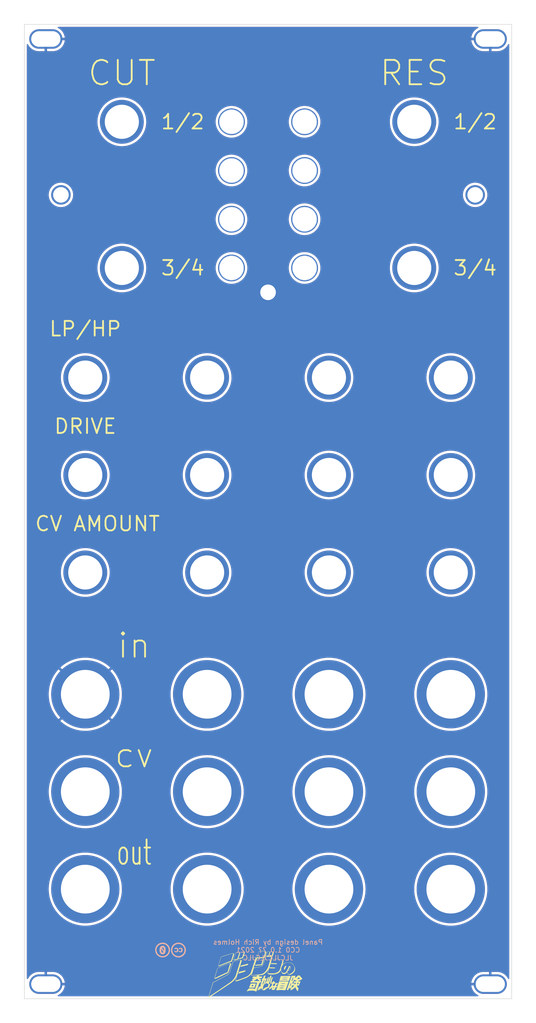
<source format=kicad_pcb>
(kicad_pcb (version 20211014) (generator pcbnew)
  (layers (0 "F.Cu" signal) (31 "B.Cu" signal) (34 "B.Paste" user) (35 "F.Paste" user) (36 "B.SilkS" user "B.Silkscreen") (37 "F.SilkS" user "F.Silkscreen") (38 "B.Mask" user) (39 "F.Mask" user) (44 "Edge.Cuts" user))
  (net 0 "")
  (net 1 "GND")
  (footprint "Kosmo_panel:Kosmo_Panel_Dual_Slotted_Mounting_Holes" (layer "F.Cu") (at 113.1 10.6 180)
    (fp_text reference "H14" hide)
    (fp_text value "Panel")
    (pad "1" thru_hole oval locked (at 1.4 0 180) (size 6.8 4) (drill oval 6 3.2) (layers *.Cu *.Mask) (net 1 "GND"))
    (pad "1" thru_hole oval locked (at 1.4 -194 180) (size 6.8 4) (drill oval 6 3.2) (layers *.Cu *.Mask) (net 1 "GND"))
  )
  (footprint "Kosmo_panel:Kosmo_Jack_Hole" (layer "F.Cu") (at 28.6 145.1)
    (fp_text reference "H1" hide)
    (fp_text value "Jack_Hole")
    (pad "1" thru_hole circle locked (at 0 0) (size 14 14) (drill 10) (layers *.Cu *.Mask) (net 1 "GND"))
  )
  (footprint "Kosmo_panel:Kosmo_Panel_Dual_Slotted_Mounting_Holes" (layer "F.Cu") (at 19.1 204.6)
    (fp_text reference "H11" hide)
    (fp_text value "Panel")
    (pad "1" thru_hole oval locked (at 1.4 0) (size 6.8 4) (drill oval 6 3.2) (layers *.Cu *.Mask) (net 1 "GND"))
    (pad "1" thru_hole oval locked (at 1.4 -194) (size 6.8 4) (drill oval 6 3.2) (layers *.Cu *.Mask) (net 1 "GND"))
  )
  (footprint "Kosmo_panel:Kosmo_LED_Hole" (layer "F.Cu") (at 58.6 27.6)
    (fp_text reference "H13" hide)
    (fp_text value "Led_Hole")
    (pad "1" thru_hole circle locked (at 0 0) (size 5.5 5.5) (drill 5) (layers *.Cu *.Mask))
  )
  (footprint "Kosmo_panel:Kosmo_Switch_Hole" (layer "F.Cu") (at 103.6 100.1 180)
    (fp_text reference "H9" hide)
    (fp_text value "Switch_Hole")
    (pad "1" thru_hole circle locked (at 0 0 180) (size 9 9) (drill 7) (layers *.Cu *.Mask))
  )
  (footprint "Kosmo_panel:Kosmo_LED_Hole" (layer "F.Cu") (at 58.6 47.6)
    (fp_text reference "H13" hide)
    (fp_text value "Led_Hole")
    (pad "1" thru_hole circle locked (at 0 0) (size 5.5 5.5) (drill 5) (layers *.Cu *.Mask))
  )
  (footprint "Kosmo_panel:Kosmo_Jack_Hole" (layer "F.Cu") (at 28.6 185.1)
    (fp_text reference "H1" hide)
    (fp_text value "Jack_Hole")
    (pad "1" thru_hole circle locked (at 0 0) (size 14 14) (drill 10) (layers *.Cu *.Mask))
  )
  (footprint "Kosmo_panel:Kosmo_Jack_Hole" (layer "F.Cu") (at 78.6 165.1)
    (fp_text reference "H1" hide)
    (fp_text value "Jack_Hole")
    (pad "1" thru_hole circle locked (at 0 0) (size 14 14) (drill 10) (layers *.Cu *.Mask))
  )
  (footprint "Kosmo_panel:Kosmo_Switch_Hole" (layer "F.Cu") (at 53.6 80.1 180)
    (fp_text reference "H9" hide)
    (fp_text value "Switch_Hole")
    (pad "1" thru_hole circle locked (at 0 0 180) (size 9 9) (drill 7) (layers *.Cu *.Mask))
  )
  (footprint "Kosmo_panel:Kosmo_Switch_Hole" (layer "F.Cu") (at 78.6 120.1 180)
    (fp_text reference "H9" hide)
    (fp_text value "Switch_Hole")
    (pad "1" thru_hole circle locked (at 0 0 180) (size 9 9) (drill 7) (layers *.Cu *.Mask))
  )
  (footprint "Kosmo_panel:Kosmo_Switch_Hole" (layer "F.Cu") (at 96.1 57.6 180)
    (fp_text reference "H9" hide)
    (fp_text value "Switch_Hole")
    (pad "1" thru_hole circle locked (at 0 0 180) (size 9 9) (drill 7) (layers *.Cu *.Mask))
  )
  (footprint "Kosmo_panel:Kosmo_LED_Hole" (layer "F.Cu") (at 58.6 37.6)
    (fp_text reference "H13" hide)
    (fp_text value "Led_Hole")
    (pad "1" thru_hole circle locked (at 0 0) (size 5.5 5.5) (drill 5) (layers *.Cu *.Mask))
  )
  (footprint "Kosmo_panel:Kosmo_Switch_Hole" (layer "F.Cu") (at 78.6 80.1 180)
    (fp_text reference "H9" hide)
    (fp_text value "Switch_Hole")
    (pad "1" thru_hole circle locked (at 0 0 180) (size 9 9) (drill 7) (layers *.Cu *.Mask))
  )
  (footprint "KOSMO:Kosmo_Panel_Mounting_Hole" (layer "F.Cu") (at 23.6 42.6)
    (fp_text reference "REF**" hide)
    (fp_text value "Kosmo_Panel_Mounting_Hole")
    (pad "1" thru_hole circle locked (at 0 0) (size 4 4) (drill 3.2) (layers *.Cu *.Mask))
  )
  (footprint "Kosmo_panel:Kosmo_Switch_Hole" (layer "F.Cu") (at 78.6 100.1 180)
    (fp_text reference "H9" hide)
    (fp_text value "Switch_Hole")
    (pad "1" thru_hole circle locked (at 0 0 180) (size 9 9) (drill 7) (layers *.Cu *.Mask))
  )
  (footprint "Kosmo_panel:Kosmo_LED_Hole" (layer "F.Cu") (at 58.6 57.6)
    (fp_text reference "H13" hide)
    (fp_text value "Led_Hole")
    (pad "1" thru_hole circle locked (at 0 0) (size 5.5 5.5) (drill 5) (layers *.Cu *.Mask))
  )
  (footprint "Kosmo_panel:Kosmo_Jack_Hole" (layer "F.Cu") (at 53.6 145.1)
    (fp_text reference "H1" hide)
    (fp_text value "Jack_Hole")
    (pad "1" thru_hole circle locked (at 0 0) (size 14 14) (drill 10) (layers *.Cu *.Mask))
  )
  (footprint "Kosmo_panel:Kosmo_Switch_Hole" (layer "F.Cu") (at 36.1 27.6 180)
    (fp_text reference "H9" hide)
    (fp_text value "Switch_Hole")
    (pad "1" thru_hole circle locked (at 0 0 180) (size 9 9) (drill 7) (layers *.Cu *.Mask))
  )
  (footprint "" (layer "F.Cu") (at 78.6 100.1)
    (fp_text reference "" (at 0 0) (layer "F.SilkS") (effects (font (size 1.27 1.27))))
    (fp_text value "" (at 0 0) (layer "F.SilkS") (effects (font (size 1.27 1.27))))
    (pad "1" thru_hole circle locked (at 0 0 180) (size 9 9) (drill 7) (layers *.Cu *.Mask))
  )
  (footprint "Kosmo_panel:Kosmo_Jack_Hole" (layer "F.Cu") (at 78.6 185.1)
    (fp_text reference "H1" hide)
    (fp_text value "Jack_Hole")
    (pad "1" thru_hole circle locked (at 0 0) (size 14 14) (drill 10) (layers *.Cu *.Mask))
  )
  (footprint "Kosmo_panel:Kosmo_Jack_Hole" (layer "F.Cu") (at 53.6 165.1)
    (fp_text reference "H1" hide)
    (fp_text value "Jack_Hole")
    (pad "1" thru_hole circle locked (at 0 0) (size 14 14) (drill 10) (layers *.Cu *.Mask))
  )
  (footprint "Kosmo_panel:Kosmo_Switch_Hole" (layer "F.Cu") (at 96.1 27.6 180)
    (fp_text reference "H9" hide)
    (fp_text value "Switch_Hole")
    (pad "1" thru_hole circle locked (at 0 0 180) (size 9 9) (drill 7) (layers *.Cu *.Mask))
  )
  (footprint "KOSMO:Kosmo_Panel_Mounting_Hole" (layer "F.Cu") (at 108.6 42.6)
    (fp_text reference "REF**" hide)
    (fp_text value "Kosmo_Panel_Mounting_Hole")
    (pad "1" thru_hole circle locked (at 0 0) (size 4 4) (drill 3.2) (layers *.Cu *.Mask))
  )
  (footprint "Kosmo_panel:Kosmo_Switch_Hole" (layer "F.Cu") (at 53.6 120.1 180)
    (fp_text reference "H9" hide)
    (fp_text value "Switch_Hole")
    (pad "1" thru_hole circle locked (at 0 0 180) (size 9 9) (drill 7) (layers *.Cu *.Mask))
  )
  (footprint "KOSMO:JOJO ICON" (layer "F.Cu") (at 63.6 202.6)
    (fp_text reference "G***" hide)
    (fp_text value "LOGO" hide)
  )
  (footprint "Kosmo_panel:Kosmo_Switch_Hole" (layer "F.Cu") (at 28.6 120.1 180)
    (fp_text reference "H9" hide)
    (fp_text value "Switch_Hole")
    (pad "1" thru_hole circle locked (at 0 0 180) (size 9 9) (drill 7) (layers *.Cu *.Mask))
  )
  (footprint "Kosmo_panel:Kosmo_LED_Hole" (layer "F.Cu") (at 73.6 37.6)
    (fp_text reference "H13" hide)
    (fp_text value "Led_Hole")
    (pad "1" thru_hole circle locked (at 0 0) (size 5.5 5.5) (drill 5) (layers *.Cu *.Mask))
  )
  (footprint "Kosmo_panel:Kosmo_Switch_Hole" (layer "F.Cu") (at 28.6 80.1 180)
    (fp_text reference "H9" hide)
    (fp_text value "Switch_Hole")
    (pad "1" thru_hole circle locked (at 0 0 180) (size 9 9) (drill 7) (layers *.Cu *.Mask))
  )
  (footprint "Kosmo_panel:Kosmo_Jack_Hole" (layer "F.Cu") (at 28.6 165.1)
    (fp_text reference "H1" hide)
    (fp_text value "Jack_Hole")
    (pad "1" thru_hole circle locked (at 0 0) (size 14 14) (drill 10) (layers *.Cu *.Mask))
  )
  (footprint "Kosmo_panel:Kosmo_LED_Hole" (layer "F.Cu") (at 73.6 27.6)
    (fp_text reference "H13" hide)
    (fp_text value "Led_Hole")
    (pad "1" thru_hole circle locked (at 0 0) (size 5.5 5.5) (drill 5) (layers *.Cu *.Mask))
  )
  (footprint "Kosmo_panel:Kosmo_Jack_Hole" (layer "F.Cu") (at 103.6 165.1)
    (fp_text reference "H1" hide)
    (fp_text value "Jack_Hole")
    (pad "1" thru_hole circle locked (at 0 0) (size 14 14) (drill 10) (layers *.Cu *.Mask))
  )
  (footprint "Kosmo_panel:Kosmo_Switch_Hole" (layer "F.Cu") (at 103.6 120.1 180)
    (fp_text reference "H9" hide)
    (fp_text value "Switch_Hole")
    (pad "1" thru_hole circle locked (at 0 0 180) (size 9 9) (drill 7) (layers *.Cu *.Mask))
  )
  (footprint "Kosmo_panel:Kosmo_LED_Hole" (layer "F.Cu") (at 73.6 47.6)
    (fp_text reference "H13" hide)
    (fp_text value "Led_Hole")
    (pad "1" thru_hole circle locked (at 0 0) (size 5.5 5.5) (drill 5) (layers *.Cu *.Mask))
  )
  (footprint "Kosmo_panel:Kosmo_Switch_Hole" (layer "F.Cu") (at 28.6 100.1 180)
    (fp_text reference "H9" hide)
    (fp_text value "Switch_Hole")
    (pad "1" thru_hole circle locked (at 0 0 180) (size 9 9) (drill 7) (layers *.Cu *.Mask))
  )
  (footprint "KOSMO:Kosmo_Panel_Mounting_Hole" (layer "F.Cu") (at 66.1 62.6)
    (fp_text reference "REF**" hide)
    (fp_text value "Kosmo_Panel_Mounting_Hole")
    (pad "1" thru_hole circle locked (at 0 0) (size 4 4) (drill 3.2) (layers *.Cu *.Mask))
  )
  (footprint "Kosmo_panel:Kosmo_Jack_Hole" (layer "F.Cu") (at 78.6 145.1)
    (fp_text reference "H1" hide)
    (fp_text value "Jack_Hole")
    (pad "1" thru_hole circle locked (at 0 0) (size 14 14) (drill 10) (layers *.Cu *.Mask))
  )
  (footprint "Kosmo_panel:Kosmo_Switch_Hole" (layer "F.Cu") (at 103.6 80.1 180)
    (fp_text reference "H9" hide)
    (fp_text value "Switch_Hole")
    (pad "1" thru_hole circle locked (at 0 0 180) (size 9 9) (drill 7) (layers *.Cu *.Mask))
  )
  (footprint "Kosmo_panel:Kosmo_Jack_Hole" (layer "F.Cu") (at 53.6 185.1)
    (fp_text reference "H1" hide)
    (fp_text value "Jack_Hole")
    (pad "1" thru_hole circle locked (at 0 0) (size 14 14) (drill 10) (layers *.Cu *.Mask))
  )
  (footprint "Kosmo_panel:Kosmo_Switch_Hole" (layer "F.Cu") (at 53.6 100.1 180)
    (fp_text reference "H9" hide)
    (fp_text value "Switch_Hole")
    (pad "1" thru_hole circle locked (at 0 0 180) (size 9 9) (drill 7) (layers *.Cu *.Mask))
  )
  (footprint "Kosmo_panel:Kosmo_LED_Hole" (layer "F.Cu") (at 73.6 57.6)
    (fp_text reference "H13" hide)
    (fp_text value "Led_Hole")
    (pad "1" thru_hole circle locked (at 0 0) (size 5.5 5.5) (drill 5) (layers *.Cu *.Mask))
  )
  (footprint "Kosmo_panel:Kosmo_Switch_Hole" (layer "F.Cu") (at 36.1 57.6 180)
    (fp_text reference "H9" hide)
    (fp_text value "Switch_Hole")
    (pad "1" thru_hole circle locked (at 0 0 180) (size 9 9) (drill 7) (layers *.Cu *.Mask))
  )
  (footprint "Kosmo_panel:Kosmo_Jack_Hole" (layer "F.Cu") (at 103.6 185.1)
    (fp_text reference "H1" hide)
    (fp_text value "Jack_Hole")
    (pad "1" thru_hole circle locked (at 0 0) (size 14 14) (drill 10) (layers *.Cu *.Mask))
  )
  (footprint "Kosmo_panel:Kosmo_Jack_Hole" (layer "F.Cu") (at 103.6 145.1)
    (fp_text reference "H1" hide)
    (fp_text value "Jack_Hole")
    (pad "1" thru_hole circle locked (at 0 0) (size 14 14) (drill 10) (layers *.Cu *.Mask))
  )
  (footprint "ao_tht:CC0_logo" (layer "B.Cu") (at 46.1 197.6 180)
    (fp_text reference "GRAF3" hide)
    (fp_text value "CC0 logo" hide)
  )
  (gr_line (start 16.1 207.6) (end 116.1 207.6) (layer "Edge.Cuts") (width 0.1))
  (gr_line (start 116.1 7.6) (end 16.1 7.6) (layer "Edge.Cuts") (width 0.1))
  (gr_line (start 16.1 7.6) (end 16.1 207.6) (layer "Edge.Cuts") (width 0.1))
  (gr_line (start 116.1 207.6) (end 116.1 7.6) (layer "Edge.Cuts") (width 0.1))
  (gr_text "Panel design by Rich Holmes\nCC0 1.0 ?? 2021\nJLCJLCJLCJLC" (at 66.1 197.6) (layer "B.SilkS") (effects (font (size 1 1)) (justify mirror)))
  (gr_text "LP/HP" (at 28.6 70.1) (layer "F.SilkS") (effects (font (size 3 3) (thickness 0.375))))
  (gr_text "1/2" (at 108.6 27.6) (layer "F.SilkS") (effects (font (size 3 3) (thickness 0.375))))
  (gr_text "in" (at 38.6 135.1) (layer "F.SilkS") (effects (font (size 5 5) (thickness 0.375))))
  (gr_text "CV AMOUNT" (at 31.1 110.1) (layer "F.SilkS") (effects (font (size 3 3) (thickness 0.375))))
  (gr_text "1/2" (at 48.6 27.6) (layer "F.SilkS") (effects (font (size 3 3) (thickness 0.375))))
  (gr_text "DRIVE" (at 28.6 90.1) (layer "F.SilkS") (effects (font (size 3 3) (thickness 0.375))))
  (gr_text "3/4\n" (at 108.6 57.6) (layer "F.SilkS") (effects (font (size 3 3) (thickness 0.375))))
  (gr_text "cv" (at 38.6 157.6) (layer "F.SilkS") (effects (font (size 5 5) (thickness 0.375))))
  (gr_text "CUT" (at 36.1 17.6) (layer "F.SilkS") (effects (font (size 5 5) (thickness 0.375))))
  (gr_text "3/4\n" (at 48.6 57.6) (layer "F.SilkS") (effects (font (size 3 3) (thickness 0.375))))
  (gr_text "out" (at 38.6 177.6) (layer "F.SilkS") (effects (font (size 5 3) (thickness 0.375))))
  (gr_text "RES" (at 96.1 17.6) (layer "F.SilkS") (effects (font (size 5 5) (thickness 0.375))))
  (zone (net 1) (net_name "GND") (layer "F.Cu") (connect_pads (clearance 0.508)) (min_thickness 0.254) (fill yes (thermal_gap 0.508) (thermal_bridge_width 0.508))
    (polygon (pts (xy 121.1 212.6) (xy 11.1 212.6) (xy 11.1 2.6) (xy 121.1 2.6)))
  )
  (zone (net 1) (net_name "GND") (layer "B.Cu") (connect_pads (clearance 0.508)) (min_thickness 0.254) (fill yes (thermal_gap 0.508) (thermal_bridge_width 0.508))
    (polygon (pts (xy 121.1 212.6) (xy 11.1 212.6) (xy 11.1 2.6) (xy 121.1 2.6)))
  )
)
</source>
